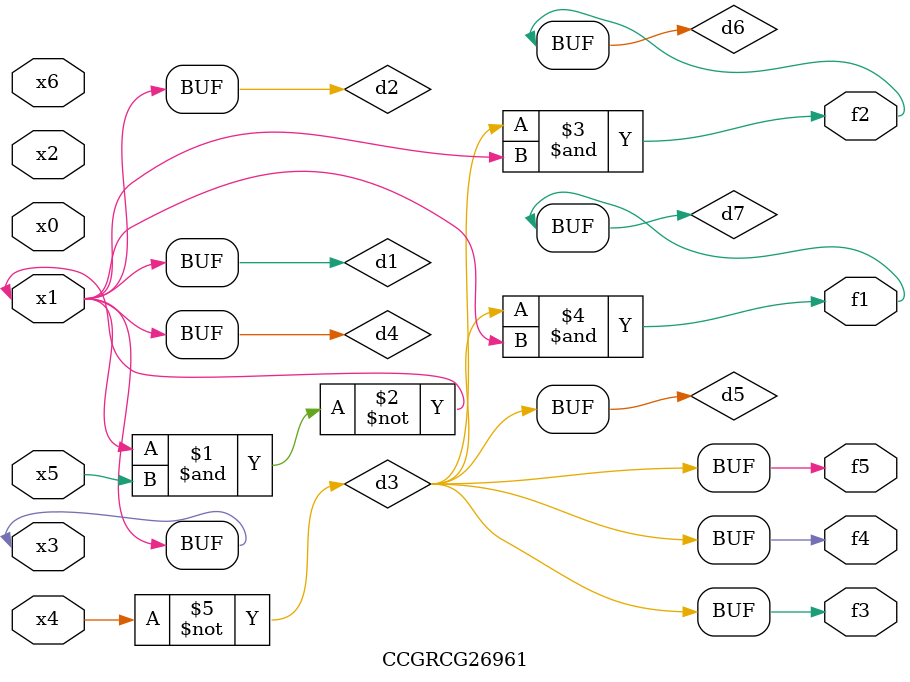
<source format=v>
module CCGRCG26961(
	input x0, x1, x2, x3, x4, x5, x6,
	output f1, f2, f3, f4, f5
);

	wire d1, d2, d3, d4, d5, d6, d7;

	buf (d1, x1, x3);
	nand (d2, x1, x5);
	not (d3, x4);
	buf (d4, d1, d2);
	buf (d5, d3);
	and (d6, d3, d4);
	and (d7, d3, d4);
	assign f1 = d7;
	assign f2 = d6;
	assign f3 = d5;
	assign f4 = d5;
	assign f5 = d5;
endmodule

</source>
